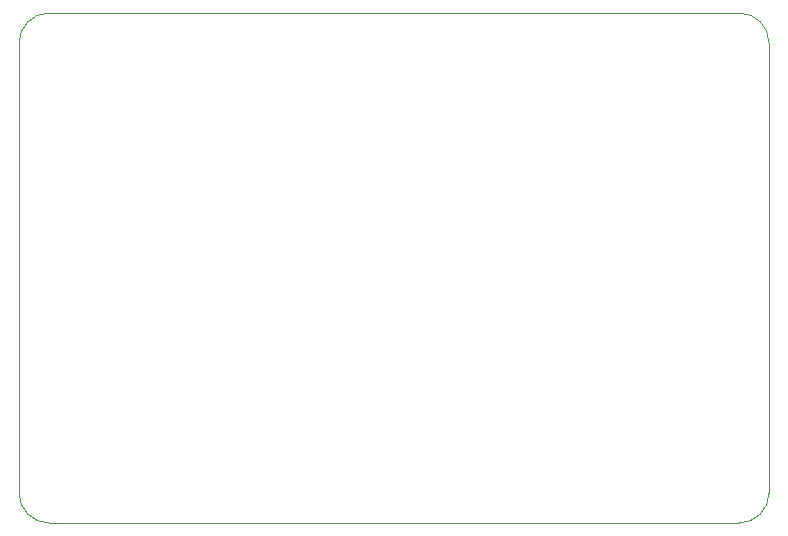
<source format=gbr>
%TF.GenerationSoftware,KiCad,Pcbnew,8.0.6*%
%TF.CreationDate,2024-11-29T18:38:07+11:00*%
%TF.ProjectId,pcb,7063622e-6b69-4636-9164-5f7063625858,rev?*%
%TF.SameCoordinates,Original*%
%TF.FileFunction,Profile,NP*%
%FSLAX46Y46*%
G04 Gerber Fmt 4.6, Leading zero omitted, Abs format (unit mm)*
G04 Created by KiCad (PCBNEW 8.0.6) date 2024-11-29 18:38:07*
%MOMM*%
%LPD*%
G01*
G04 APERTURE LIST*
%TA.AperFunction,Profile*%
%ADD10C,0.050000*%
%TD*%
G04 APERTURE END LIST*
D10*
X27940000Y-68580000D02*
X86360000Y-68580000D01*
X86360000Y-25400000D02*
G75*
G02*
X88900000Y-27940000I0J-2540000D01*
G01*
X27940000Y-68580000D02*
G75*
G02*
X25400000Y-66040000I0J2540000D01*
G01*
X88900000Y-66040000D02*
X88900000Y-27940000D01*
X88900000Y-66040000D02*
G75*
G02*
X86360000Y-68580000I-2540000J0D01*
G01*
X25400000Y-27940000D02*
G75*
G02*
X27940000Y-25400000I2540000J0D01*
G01*
X25400000Y-27940000D02*
X25400000Y-66040000D01*
X86360000Y-25400000D02*
X27940000Y-25400000D01*
M02*

</source>
